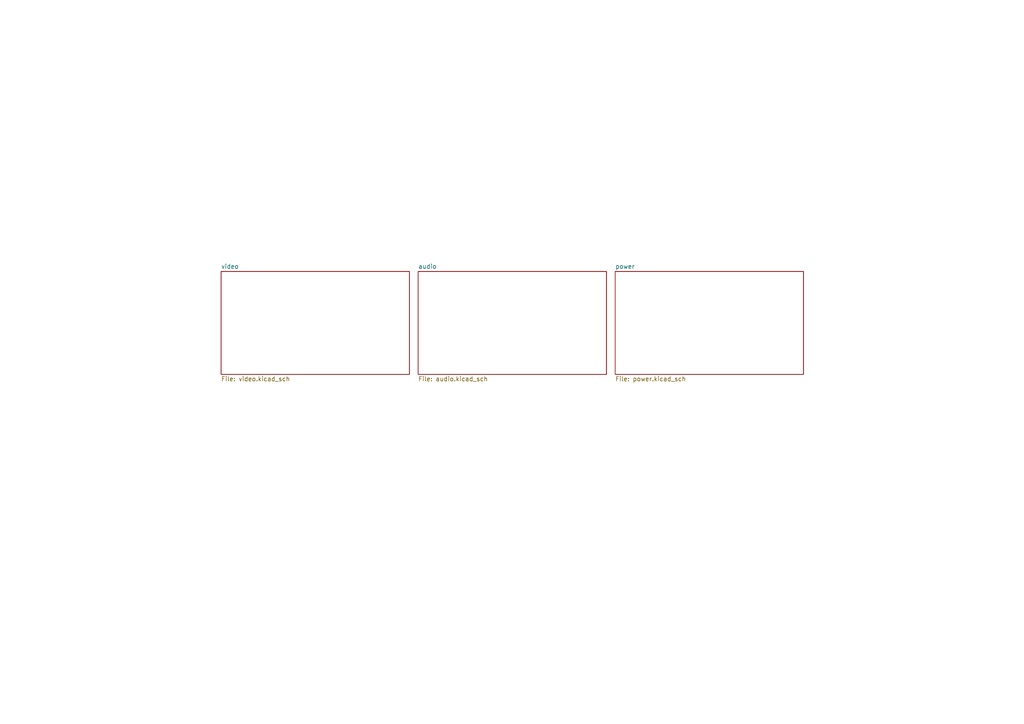
<source format=kicad_sch>
(kicad_sch (version 20230121) (generator eeschema)
  (paper "A4")
  (title_block (title "${TITLE}") (date "${DATE}") (rev "${VERSION}") (company "${COPYRIGHT}") (comment 1 "${LICENSE}"))
  (lib_symbols)
  (sheet (at 121.285 78.74) (size 54.61 29.845) (stroke (width 0.1524))
    (property "Sheetname" "audio" (at 121.285 78.0284 0) (effects (justify left bottom)))
    (property "Sheetfile" "audio.kicad_sch" (at 121.285 109.1696 0) (effects (justify left top)))
  )
  (sheet (at 64.135 78.74) (size 54.61 29.845) (stroke (width 0.1524))
    (property "Sheetname" "video" (at 64.135 78.0284 0) (effects (justify left bottom)))
    (property "Sheetfile" "video.kicad_sch" (at 64.135 109.1696 0) (effects (justify left top)))
  )
  (sheet (at 178.435 78.74) (size 54.61 29.845) (stroke (width 0.1524))
    (property "Sheetname" "power" (at 178.435 78.0284 0) (effects (justify left bottom)))
    (property "Sheetfile" "power.kicad_sch" (at 178.435 109.1696 0) (effects (justify left top)))
  )
)
</source>
